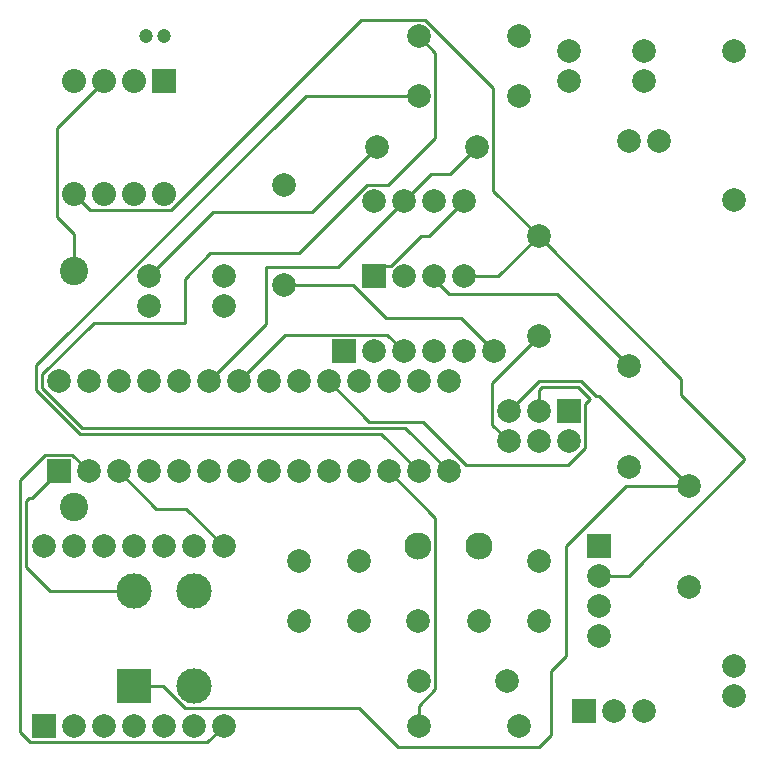
<source format=gbl>
G04*
G04 #@! TF.GenerationSoftware,Altium Limited,Altium Designer,21.7.2 (23)*
G04*
G04 Layer_Physical_Order=2*
G04 Layer_Color=16711680*
%FSLAX25Y25*%
%MOIN*%
G70*
G04*
G04 #@! TF.SameCoordinates,C51BEDBB-060F-461C-9832-C8CE4485BB52*
G04*
G04*
G04 #@! TF.FilePolarity,Positive*
G04*
G01*
G75*
%ADD11C,0.01000*%
%ADD22C,0.04724*%
%ADD23R,0.07874X0.07874*%
%ADD24C,0.07874*%
%ADD25C,0.09449*%
%ADD26C,0.09055*%
%ADD27R,0.11811X0.11811*%
%ADD28C,0.11811*%
%ADD29C,0.08000*%
%ADD30R,0.08000X0.08000*%
%ADD31R,0.07874X0.07874*%
D11*
X-90437Y110437D02*
Y124563D01*
X-75000Y140000D01*
X-90437Y110437D02*
X-85000Y105000D01*
X-99070Y97000D02*
X-65311D01*
X-145000Y125000D02*
X-131532Y111532D01*
X-113602D01*
X-99070Y97000D01*
X-65311D02*
X-59563Y102748D01*
Y117437D01*
X-58000Y119000D01*
X-55000Y120000D02*
X-25000Y90000D01*
X-56000Y120000D02*
X-55000D01*
X-62000Y123000D02*
X-58000Y119000D01*
X-74000Y123000D02*
X-62000D01*
X-75000Y122000D02*
X-74000Y123000D01*
X-75000Y115000D02*
Y122000D01*
X-46000Y90000D02*
X-25000D01*
X-66000Y70000D02*
X-46000Y90000D01*
X-61000Y125000D02*
X-56000Y120000D01*
X-85000Y115000D02*
X-75000Y125000D01*
X-61000D01*
X-46689Y130000D02*
X-45000D01*
X-185000Y125000D02*
X-166000Y144000D01*
Y163000D01*
X-159563Y140437D02*
X-125437D01*
X-120000Y135000D01*
X-175000Y125000D02*
X-159563Y140437D01*
X-90098Y188563D02*
X-75000Y173465D01*
X-90098Y188563D02*
Y222787D01*
X-112748Y245437D02*
X-90098Y222787D01*
X-134285Y245437D02*
X-112748D01*
X-197722Y182000D02*
X-134285Y245437D01*
X-224500Y182000D02*
X-197722D01*
X-230000Y187500D02*
X-224500Y182000D01*
X-110000Y159000D02*
X-105000Y154000D01*
X-110000Y159000D02*
Y160000D01*
X-105000Y154000D02*
X-69000D01*
X-45000Y130000D01*
X-166000Y163000D02*
X-142000D01*
X-120000Y185000D01*
X-101000Y146000D02*
X-90000Y135000D01*
X-136995Y157000D02*
X-125995Y146000D01*
X-160000Y157000D02*
X-136995D01*
X-125995Y146000D02*
X-101000D01*
X-27437Y120437D02*
Y125902D01*
X-75000Y173465D02*
X-27437Y125902D01*
X-235000Y124000D02*
Y125000D01*
X-223126Y144563D02*
X-193000D01*
Y159103D02*
X-184414Y167689D01*
X-193000Y144563D02*
Y159103D01*
X-184414Y167689D02*
X-155000D01*
X-104535Y194000D02*
X-95535Y203000D01*
X-111000Y194000D02*
X-104535D01*
X-120000Y185000D02*
X-111000Y194000D01*
X-205000Y160000D02*
X-183500Y181500D01*
X-150500D02*
X-129000Y203000D01*
X-183500Y181500D02*
X-150500D01*
X-100000Y160000D02*
X-88465D01*
X-75000Y173465D01*
X-114128Y173561D02*
X-111439D01*
X-100000Y185000D01*
X-130000Y160000D02*
X-126563Y163437D01*
X-124252D01*
X-114128Y173561D01*
X-242437Y130252D02*
X-152689Y220000D01*
X-235500Y179652D02*
Y209500D01*
X-230000Y161740D02*
Y174152D01*
X-235500Y179652D02*
X-230000Y174152D01*
X-235500Y209500D02*
X-220000Y225000D01*
X-152689Y220000D02*
X-115000D01*
X-242437Y121920D02*
Y130252D01*
Y121920D02*
X-228049Y107532D01*
X-127532D01*
X-115000Y95000D01*
Y240000D02*
X-109563Y234563D01*
Y206212D02*
Y234563D01*
X-125338Y190437D02*
X-109563Y206212D01*
X-132252Y190437D02*
X-125338D01*
X-155000Y167689D02*
X-132252Y190437D01*
X-240437Y127252D02*
X-223126Y144563D01*
X-240437Y122748D02*
Y127252D01*
Y122748D02*
X-227221Y109532D01*
X-119532D01*
X-105000Y95000D01*
X-6414Y98586D02*
Y99414D01*
X-27437Y120437D02*
X-6414Y99414D01*
X-45000Y60000D02*
X-6414Y98586D01*
X-55000Y60000D02*
X-45000D01*
X-125000Y95000D02*
X-109563Y79563D01*
X-115000Y16838D02*
X-109563Y22275D01*
Y79563D01*
X-115000Y10000D02*
Y16838D01*
X-202500Y82500D02*
X-192500D01*
X-180000Y70000D01*
X-215000Y95000D02*
X-202500Y82500D01*
X-230437Y100437D02*
X-225000Y95000D01*
X-239558Y100437D02*
X-230437D01*
X-248000Y91995D02*
X-239558Y100437D01*
X-248000Y8162D02*
Y91995D01*
Y8162D02*
X-244558Y4721D01*
X-185437D01*
X-180000Y10158D01*
X-71000Y28500D02*
X-66000Y33500D01*
Y70000D01*
X-71000Y7000D02*
Y28500D01*
X-75000Y3000D02*
X-71000Y7000D01*
X-122000Y3000D02*
X-75000D01*
X-135000Y16000D02*
X-122000Y3000D01*
X-192890Y16000D02*
X-135000D01*
X-200394Y23504D02*
X-192890Y16000D01*
X-210000Y23504D02*
X-200394D01*
X-244000Y86000D02*
X-235000Y95000D01*
X-245000Y86000D02*
X-244000D01*
X-246000Y85000D02*
X-245000Y86000D01*
X-246000Y63000D02*
Y85000D01*
X-238000Y55000D02*
X-210000D01*
X-246000Y63000D02*
X-238000Y55000D01*
D22*
X-200000Y240000D02*
D03*
X-205906D02*
D03*
D23*
X-60000Y15000D02*
D03*
X-65000Y115000D02*
D03*
X-235000Y95000D02*
D03*
X-240000Y10158D02*
D03*
X-140000Y135000D02*
D03*
X-130000Y160000D02*
D03*
D24*
X-50000Y15000D02*
D03*
X-40000D02*
D03*
X-10000Y185394D02*
D03*
Y235000D02*
D03*
X-85000Y105000D02*
D03*
X-75000D02*
D03*
X-65000D02*
D03*
X-85000Y115000D02*
D03*
X-75000D02*
D03*
X-45000Y205000D02*
D03*
X-35000D02*
D03*
X-225000Y95000D02*
D03*
X-215000D02*
D03*
X-205000D02*
D03*
X-195000D02*
D03*
X-185000D02*
D03*
X-175000D02*
D03*
X-165000D02*
D03*
X-155000D02*
D03*
X-145000D02*
D03*
X-135000D02*
D03*
X-125000D02*
D03*
X-115000D02*
D03*
X-105000D02*
D03*
X-235000Y125000D02*
D03*
X-225000D02*
D03*
X-215000D02*
D03*
X-205000D02*
D03*
X-195000D02*
D03*
X-185000D02*
D03*
X-175000D02*
D03*
X-165000D02*
D03*
X-155000D02*
D03*
X-145000D02*
D03*
X-135000D02*
D03*
X-125000D02*
D03*
X-115000D02*
D03*
X-105000D02*
D03*
X-180000Y70000D02*
D03*
X-190000D02*
D03*
X-200000D02*
D03*
X-210000D02*
D03*
X-220000D02*
D03*
X-230000D02*
D03*
X-240000D02*
D03*
X-180000Y10158D02*
D03*
X-190000D02*
D03*
X-200000D02*
D03*
X-210000D02*
D03*
X-220000D02*
D03*
X-230000D02*
D03*
X-115000Y25000D02*
D03*
X-85472D02*
D03*
X-10000Y20000D02*
D03*
Y30000D02*
D03*
X-205000Y160000D02*
D03*
Y150000D02*
D03*
X-180000Y160000D02*
D03*
Y150000D02*
D03*
X-40000Y225000D02*
D03*
Y235000D02*
D03*
X-65000Y225000D02*
D03*
Y235000D02*
D03*
X-25000Y56535D02*
D03*
Y90000D02*
D03*
X-81535Y10000D02*
D03*
X-115000D02*
D03*
X-95535Y203000D02*
D03*
X-129000D02*
D03*
X-160000Y157000D02*
D03*
Y190465D02*
D03*
X-81535Y220000D02*
D03*
X-115000D02*
D03*
X-81535Y240000D02*
D03*
X-115000D02*
D03*
X-45000Y130000D02*
D03*
Y96535D02*
D03*
X-75000Y173465D02*
D03*
Y140000D02*
D03*
X-135000Y65000D02*
D03*
Y44921D02*
D03*
X-115079Y45000D02*
D03*
X-95000D02*
D03*
X-75000Y65000D02*
D03*
Y44921D02*
D03*
X-155000Y65079D02*
D03*
Y45000D02*
D03*
X-100000Y185000D02*
D03*
X-110000D02*
D03*
X-120000D02*
D03*
X-130000D02*
D03*
X-90000Y135000D02*
D03*
X-100000D02*
D03*
X-110000D02*
D03*
X-120000D02*
D03*
X-130000D02*
D03*
X-100000Y160000D02*
D03*
X-110000D02*
D03*
X-120000D02*
D03*
X-55000Y60000D02*
D03*
Y50000D02*
D03*
Y40000D02*
D03*
D25*
X-230000Y161740D02*
D03*
Y83000D02*
D03*
D26*
X-95000Y70000D02*
D03*
X-115079D02*
D03*
D27*
X-210000Y23504D02*
D03*
D28*
X-189921D02*
D03*
X-210000Y55000D02*
D03*
X-189921D02*
D03*
D29*
X-230000Y187500D02*
D03*
X-220000D02*
D03*
X-210000D02*
D03*
X-200000D02*
D03*
X-230000Y225000D02*
D03*
X-220000D02*
D03*
X-210000D02*
D03*
D30*
X-200000D02*
D03*
D31*
X-55000Y70000D02*
D03*
M02*

</source>
